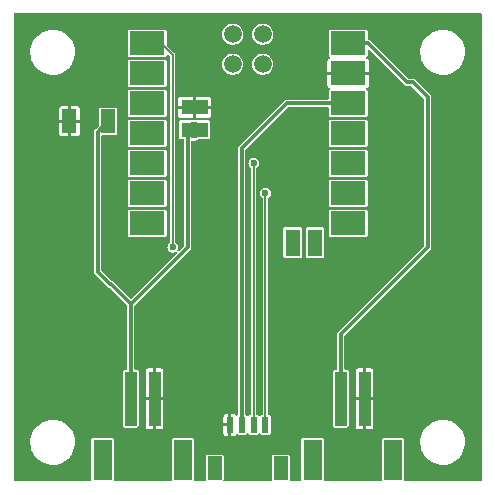
<source format=gtl>
G04 #@! TF.GenerationSoftware,KiCad,Pcbnew,7.0.11-2.fc39*
G04 #@! TF.CreationDate,2024-03-24T03:10:32+08:00*
G04 #@! TF.ProjectId,ikoka-nano-meshtastic-device,696b6f6b-612d-46e6-916e-6f2d6d657368,1*
G04 #@! TF.SameCoordinates,Original*
G04 #@! TF.FileFunction,Copper,L1,Top*
G04 #@! TF.FilePolarity,Positive*
%FSLAX46Y46*%
G04 Gerber Fmt 4.6, Leading zero omitted, Abs format (unit mm)*
G04 Created by KiCad (PCBNEW 7.0.11-2.fc39) date 2024-03-24 03:10:32*
%MOMM*%
%LPD*%
G01*
G04 APERTURE LIST*
G04 #@! TA.AperFunction,SMDPad,CuDef*
%ADD10R,1.270000X2.032000*%
G04 #@! TD*
G04 #@! TA.AperFunction,SMDPad,CuDef*
%ADD11R,1.000000X4.600000*%
G04 #@! TD*
G04 #@! TA.AperFunction,SMDPad,CuDef*
%ADD12R,1.600000X3.400000*%
G04 #@! TD*
G04 #@! TA.AperFunction,SMDPad,CuDef*
%ADD13R,3.000000X2.000000*%
G04 #@! TD*
G04 #@! TA.AperFunction,SMDPad,CuDef*
%ADD14C,1.500000*%
G04 #@! TD*
G04 #@! TA.AperFunction,SMDPad,CuDef*
%ADD15R,1.300000X2.300000*%
G04 #@! TD*
G04 #@! TA.AperFunction,SMDPad,CuDef*
%ADD16R,2.300000X1.300000*%
G04 #@! TD*
G04 #@! TA.AperFunction,SMDPad,CuDef*
%ADD17R,0.600000X1.350000*%
G04 #@! TD*
G04 #@! TA.AperFunction,SMDPad,CuDef*
%ADD18R,1.200000X2.000000*%
G04 #@! TD*
G04 #@! TA.AperFunction,ViaPad*
%ADD19C,0.600000*%
G04 #@! TD*
G04 #@! TA.AperFunction,ViaPad*
%ADD20C,1.443000*%
G04 #@! TD*
G04 #@! TA.AperFunction,Conductor*
%ADD21C,0.152400*%
G04 #@! TD*
G04 #@! TA.AperFunction,Conductor*
%ADD22C,0.304800*%
G04 #@! TD*
G04 APERTURE END LIST*
D10*
X137287000Y-90932000D03*
X140589000Y-90932000D03*
D11*
X144510000Y-114410000D03*
X142510000Y-114410000D03*
D12*
X146910000Y-119610000D03*
X140110000Y-119610000D03*
D11*
X162290000Y-114410000D03*
X160290000Y-114410000D03*
D12*
X164690000Y-119610000D03*
X157890000Y-119610000D03*
D13*
X143900000Y-84328000D03*
X143900000Y-86868000D03*
X143900000Y-89408000D03*
X143900000Y-91948000D03*
X143900000Y-94488000D03*
X143900000Y-97028000D03*
X143900000Y-99568000D03*
X160900000Y-99568000D03*
X160900000Y-97028000D03*
X160900000Y-94488000D03*
X160900000Y-91948000D03*
X160900000Y-89408000D03*
X160900000Y-86868000D03*
X160900000Y-84328000D03*
D14*
X151130000Y-83558000D03*
X153670000Y-83558000D03*
X151130000Y-86098000D03*
X153670000Y-86098000D03*
D15*
X156200000Y-101198000D03*
X158100000Y-101198000D03*
D16*
X147900000Y-89748000D03*
X147900000Y-91648000D03*
D17*
X150900000Y-116629000D03*
X151900000Y-116629000D03*
X152900000Y-116629000D03*
X153900000Y-116629000D03*
D18*
X155200000Y-120304000D03*
X149600000Y-120304000D03*
D19*
X146050000Y-101600000D03*
X145034000Y-86868000D03*
X145034000Y-89408000D03*
X145034000Y-91440000D03*
X152908000Y-94488000D03*
X145034000Y-94488000D03*
X145034000Y-97028000D03*
X153900000Y-97028000D03*
X159766000Y-99568000D03*
X159766000Y-97028000D03*
X162052000Y-94488000D03*
X159766000Y-91948000D03*
X148590000Y-95250000D03*
X166370000Y-91440000D03*
X133350000Y-88900000D03*
X135890000Y-91440000D03*
X148590000Y-106680000D03*
X151130000Y-111760000D03*
X171450000Y-116840000D03*
X135890000Y-88900000D03*
X137160000Y-120650000D03*
X143510000Y-116840000D03*
X139700000Y-82550000D03*
X158750000Y-95250000D03*
X144780000Y-82550000D03*
X158750000Y-111760000D03*
X166370000Y-114300000D03*
X152400000Y-82550000D03*
X171450000Y-99060000D03*
X146050000Y-111760000D03*
X138430000Y-93980000D03*
X133350000Y-114300000D03*
X166370000Y-116840000D03*
X148590000Y-101600000D03*
X158750000Y-85090000D03*
X158750000Y-114300000D03*
X140970000Y-99060000D03*
X171450000Y-119380000D03*
X143510000Y-109220000D03*
X138430000Y-101600000D03*
X153670000Y-95250000D03*
X158750000Y-90170000D03*
X151130000Y-90170000D03*
X133350000Y-111760000D03*
X161290000Y-119380000D03*
X152400000Y-119380000D03*
X135890000Y-104140000D03*
X168910000Y-109220000D03*
X168910000Y-111760000D03*
X146050000Y-106680000D03*
X156210000Y-97790000D03*
X133350000Y-83820000D03*
X158750000Y-116840000D03*
X158750000Y-109220000D03*
X158750000Y-106680000D03*
X156210000Y-87630000D03*
X140970000Y-114300000D03*
X161290000Y-116840000D03*
X156210000Y-95250000D03*
X140970000Y-106680000D03*
X135890000Y-114300000D03*
X166370000Y-119380000D03*
X168910000Y-96520000D03*
X138430000Y-111760000D03*
X156210000Y-90170000D03*
X135890000Y-93980000D03*
X161290000Y-106680000D03*
X166370000Y-109220000D03*
X140970000Y-83820000D03*
X133350000Y-101600000D03*
X148590000Y-114300000D03*
X168910000Y-101600000D03*
X157480000Y-82550000D03*
X170180000Y-120650000D03*
X143510000Y-119380000D03*
X133350000Y-109220000D03*
X154940000Y-82550000D03*
X156210000Y-92710000D03*
X144780000Y-120650000D03*
X133350000Y-96520000D03*
X138430000Y-91440000D03*
X152400000Y-85090000D03*
X161290000Y-101600000D03*
X168910000Y-88900000D03*
X167640000Y-120650000D03*
X171450000Y-106680000D03*
X135890000Y-99060000D03*
X133350000Y-104140000D03*
X135890000Y-109220000D03*
X143510000Y-106680000D03*
X148590000Y-85090000D03*
X166370000Y-106680000D03*
X171450000Y-83820000D03*
X143510000Y-101600000D03*
X163830000Y-106680000D03*
X151130000Y-114300000D03*
X138430000Y-96520000D03*
X148590000Y-116840000D03*
X135890000Y-106680000D03*
X160020000Y-82550000D03*
X151130000Y-104140000D03*
X166370000Y-96520000D03*
X170180000Y-82550000D03*
X133350000Y-91440000D03*
X140970000Y-101600000D03*
X138430000Y-114300000D03*
X165100000Y-82550000D03*
X133350000Y-119380000D03*
X168910000Y-93980000D03*
X156210000Y-106680000D03*
X135890000Y-101600000D03*
X142240000Y-82550000D03*
X153670000Y-92710000D03*
X148590000Y-97790000D03*
X156210000Y-109220000D03*
X133350000Y-116840000D03*
X163830000Y-114300000D03*
X146050000Y-109220000D03*
X151130000Y-101600000D03*
X167640000Y-82550000D03*
X138430000Y-106680000D03*
X138430000Y-88900000D03*
X166370000Y-93980000D03*
X171450000Y-96520000D03*
X161290000Y-111760000D03*
X146050000Y-116840000D03*
X171450000Y-91440000D03*
X161290000Y-104140000D03*
X151130000Y-109220000D03*
X135890000Y-96520000D03*
X148590000Y-109220000D03*
X171450000Y-104140000D03*
X133350000Y-93980000D03*
X151130000Y-97790000D03*
X158750000Y-97790000D03*
X138430000Y-86360000D03*
X140970000Y-104140000D03*
X151130000Y-95250000D03*
X168910000Y-91440000D03*
X161290000Y-109220000D03*
X171450000Y-114300000D03*
X163830000Y-104140000D03*
X148590000Y-104140000D03*
X146050000Y-104140000D03*
X171450000Y-109220000D03*
X162560000Y-82550000D03*
X135890000Y-111760000D03*
X153670000Y-87630000D03*
X158750000Y-104140000D03*
X143510000Y-111760000D03*
X158750000Y-87630000D03*
X143510000Y-114300000D03*
X168910000Y-104140000D03*
X133350000Y-86360000D03*
X166370000Y-88900000D03*
X148590000Y-111760000D03*
X138430000Y-99060000D03*
X151130000Y-87630000D03*
X134620000Y-82550000D03*
X171450000Y-93980000D03*
X163830000Y-116840000D03*
X138430000Y-83820000D03*
X134620000Y-120650000D03*
X156210000Y-104140000D03*
X133350000Y-106680000D03*
X140970000Y-109220000D03*
X151130000Y-106680000D03*
X168910000Y-99060000D03*
X138430000Y-116840000D03*
X160020000Y-120650000D03*
X156210000Y-111760000D03*
X171450000Y-86360000D03*
X138430000Y-104140000D03*
X166370000Y-99060000D03*
X156210000Y-114300000D03*
X171450000Y-88900000D03*
X140970000Y-116840000D03*
X168910000Y-106680000D03*
X156210000Y-116840000D03*
X149860000Y-82550000D03*
X133350000Y-99060000D03*
X147320000Y-82550000D03*
X158750000Y-92710000D03*
X143510000Y-104140000D03*
X171450000Y-101600000D03*
X146050000Y-114300000D03*
X166370000Y-86360000D03*
X162560000Y-120650000D03*
X163830000Y-109220000D03*
X137160000Y-82550000D03*
X140970000Y-111760000D03*
X166370000Y-101600000D03*
X168910000Y-114300000D03*
X151130000Y-120650000D03*
X156210000Y-85090000D03*
X166370000Y-104140000D03*
X138430000Y-109220000D03*
X166370000Y-111760000D03*
X153670000Y-90170000D03*
X138430000Y-119380000D03*
X153670000Y-120650000D03*
X148590000Y-87630000D03*
X161290000Y-114300000D03*
X171450000Y-111760000D03*
X142240000Y-120650000D03*
X151130000Y-92710000D03*
D20*
X147828000Y-91694000D03*
D19*
X140716000Y-90424000D03*
D21*
X146050000Y-85344000D02*
X145034000Y-84328000D01*
X146050000Y-101600000D02*
X146050000Y-85344000D01*
X145034000Y-84328000D02*
X143900000Y-84328000D01*
X152908000Y-116875000D02*
X152900000Y-116883000D01*
X152908000Y-94488000D02*
X152908000Y-116875000D01*
X153900000Y-97028000D02*
X153900000Y-116883000D01*
D22*
X151900000Y-93210000D02*
X151900000Y-116883000D01*
X160900000Y-89408000D02*
X155702000Y-89408000D01*
X155702000Y-89408000D02*
X151900000Y-93210000D01*
X165862000Y-87630000D02*
X166370000Y-87630000D01*
X167640000Y-88900000D02*
X167640000Y-101600000D01*
X160900000Y-84328000D02*
X162560000Y-84328000D01*
X160290000Y-108950000D02*
X160290000Y-114664000D01*
X166370000Y-87630000D02*
X167640000Y-88900000D01*
X167640000Y-101600000D02*
X160290000Y-108950000D01*
X162560000Y-84328000D02*
X165862000Y-87630000D01*
X140719483Y-104744800D02*
X139700000Y-103725317D01*
X147828000Y-91694000D02*
X147320000Y-92202000D01*
X139700000Y-103725317D02*
X139700000Y-91821000D01*
X142510000Y-106410000D02*
X142510000Y-106680000D01*
X140844800Y-104744800D02*
X140719483Y-104744800D01*
X142510000Y-114664000D02*
X142510000Y-106410000D01*
X142510000Y-106410000D02*
X140844800Y-104744800D01*
X139700000Y-91821000D02*
X140589000Y-90932000D01*
X147320000Y-92202000D02*
X147320000Y-101600000D01*
X147320000Y-101600000D02*
X142510000Y-106410000D01*
G04 #@! TA.AperFunction,Conductor*
G36*
X172192638Y-81798093D02*
G01*
X172218358Y-81842642D01*
X172219500Y-81855700D01*
X172219500Y-121344300D01*
X172201907Y-121392638D01*
X172157358Y-121418358D01*
X172144300Y-121419500D01*
X165715746Y-121419500D01*
X165667408Y-121401907D01*
X165641688Y-121357358D01*
X165641991Y-121329630D01*
X165642465Y-121327243D01*
X165642900Y-121325057D01*
X165642899Y-118179632D01*
X167004686Y-118179632D01*
X167035129Y-118456309D01*
X167105531Y-118725599D01*
X167214393Y-118981773D01*
X167214395Y-118981776D01*
X167359388Y-119219357D01*
X167359394Y-119219366D01*
X167537438Y-119433308D01*
X167537442Y-119433312D01*
X167744745Y-119619056D01*
X167976883Y-119772637D01*
X168228909Y-119890782D01*
X168495451Y-119970973D01*
X168770828Y-120011500D01*
X168770832Y-120011500D01*
X168979497Y-120011500D01*
X168979499Y-120011499D01*
X169055139Y-120005963D01*
X169187592Y-119996269D01*
X169187594Y-119996268D01*
X169187601Y-119996268D01*
X169459286Y-119935748D01*
X169719263Y-119836315D01*
X169961993Y-119700089D01*
X170182301Y-119529972D01*
X170375492Y-119329592D01*
X170537449Y-119103218D01*
X170664719Y-118855675D01*
X170754591Y-118592239D01*
X170805148Y-118318526D01*
X170815314Y-118040368D01*
X170784871Y-117763694D01*
X170714469Y-117494401D01*
X170605607Y-117238228D01*
X170460607Y-117000636D01*
X170460605Y-117000633D01*
X170282561Y-116786691D01*
X170282557Y-116786687D01*
X170075257Y-116600946D01*
X170075255Y-116600944D01*
X169920496Y-116498556D01*
X169843116Y-116447362D01*
X169591089Y-116329217D01*
X169439246Y-116283534D01*
X169324549Y-116249027D01*
X169152672Y-116223732D01*
X169049173Y-116208500D01*
X169049172Y-116208500D01*
X168840511Y-116208500D01*
X168840499Y-116208500D01*
X168632407Y-116223730D01*
X168360709Y-116284253D01*
X168100739Y-116383684D01*
X168100735Y-116383686D01*
X167858010Y-116519908D01*
X167637699Y-116690027D01*
X167444512Y-116890403D01*
X167444504Y-116890413D01*
X167282553Y-117116777D01*
X167155278Y-117364330D01*
X167065410Y-117627753D01*
X167065408Y-117627763D01*
X167014852Y-117901471D01*
X167004686Y-118179628D01*
X167004686Y-118179632D01*
X165642899Y-118179632D01*
X165642899Y-117894944D01*
X165634028Y-117850342D01*
X165600234Y-117799766D01*
X165549658Y-117765972D01*
X165549656Y-117765971D01*
X165505057Y-117757100D01*
X163874944Y-117757100D01*
X163874942Y-117757101D01*
X163830340Y-117765972D01*
X163779767Y-117799764D01*
X163745972Y-117850342D01*
X163745971Y-117850343D01*
X163737100Y-117894942D01*
X163737100Y-121325052D01*
X163737247Y-121325790D01*
X163738010Y-121329629D01*
X163730187Y-121380468D01*
X163691514Y-121414386D01*
X163664256Y-121419500D01*
X158915746Y-121419500D01*
X158867408Y-121401907D01*
X158841688Y-121357358D01*
X158841991Y-121329630D01*
X158842465Y-121327243D01*
X158842900Y-121325057D01*
X158842899Y-117894944D01*
X158834028Y-117850342D01*
X158800234Y-117799766D01*
X158749658Y-117765972D01*
X158749656Y-117765971D01*
X158705057Y-117757100D01*
X157074944Y-117757100D01*
X157074942Y-117757101D01*
X157030340Y-117765972D01*
X156979767Y-117799764D01*
X156945972Y-117850342D01*
X156945971Y-117850343D01*
X156937100Y-117894942D01*
X156937100Y-121325052D01*
X156937247Y-121325790D01*
X156938010Y-121329629D01*
X156930187Y-121380468D01*
X156891514Y-121414386D01*
X156864256Y-121419500D01*
X156024552Y-121419500D01*
X155976214Y-121401907D01*
X155950494Y-121357358D01*
X155950797Y-121329627D01*
X155952900Y-121319057D01*
X155952899Y-119288944D01*
X155944028Y-119244342D01*
X155927339Y-119219366D01*
X155910235Y-119193767D01*
X155910231Y-119193764D01*
X155859658Y-119159972D01*
X155859656Y-119159971D01*
X155815057Y-119151100D01*
X154584944Y-119151100D01*
X154584942Y-119151101D01*
X154540340Y-119159972D01*
X154489767Y-119193764D01*
X154455972Y-119244342D01*
X154455971Y-119244343D01*
X154447100Y-119288942D01*
X154447100Y-121319055D01*
X154447101Y-121319057D01*
X154449204Y-121329630D01*
X154441378Y-121380471D01*
X154402704Y-121414387D01*
X154375449Y-121419500D01*
X150424552Y-121419500D01*
X150376214Y-121401907D01*
X150350494Y-121357358D01*
X150350797Y-121329627D01*
X150352900Y-121319057D01*
X150352899Y-119288944D01*
X150344028Y-119244342D01*
X150327339Y-119219366D01*
X150310235Y-119193767D01*
X150310231Y-119193764D01*
X150259658Y-119159972D01*
X150259656Y-119159971D01*
X150215057Y-119151100D01*
X148984944Y-119151100D01*
X148984942Y-119151101D01*
X148940340Y-119159972D01*
X148889767Y-119193764D01*
X148855972Y-119244342D01*
X148855971Y-119244343D01*
X148847100Y-119288942D01*
X148847100Y-121319055D01*
X148847101Y-121319057D01*
X148849204Y-121329630D01*
X148841378Y-121380471D01*
X148802704Y-121414387D01*
X148775449Y-121419500D01*
X147935746Y-121419500D01*
X147887408Y-121401907D01*
X147861688Y-121357358D01*
X147861991Y-121329630D01*
X147862465Y-121327243D01*
X147862900Y-121325057D01*
X147862899Y-117894944D01*
X147854028Y-117850342D01*
X147820234Y-117799766D01*
X147769658Y-117765972D01*
X147769656Y-117765971D01*
X147725057Y-117757100D01*
X146094944Y-117757100D01*
X146094942Y-117757101D01*
X146050340Y-117765972D01*
X145999767Y-117799764D01*
X145965972Y-117850342D01*
X145965971Y-117850343D01*
X145957100Y-117894942D01*
X145957100Y-121325052D01*
X145957247Y-121325790D01*
X145958010Y-121329629D01*
X145950187Y-121380468D01*
X145911514Y-121414386D01*
X145884256Y-121419500D01*
X141135746Y-121419500D01*
X141087408Y-121401907D01*
X141061688Y-121357358D01*
X141061991Y-121329630D01*
X141062465Y-121327243D01*
X141062900Y-121325057D01*
X141062899Y-117894944D01*
X141054028Y-117850342D01*
X141020234Y-117799766D01*
X140969658Y-117765972D01*
X140969656Y-117765971D01*
X140925057Y-117757100D01*
X139294944Y-117757100D01*
X139294942Y-117757101D01*
X139250340Y-117765972D01*
X139199767Y-117799764D01*
X139165972Y-117850342D01*
X139165971Y-117850343D01*
X139157100Y-117894942D01*
X139157100Y-121325052D01*
X139157247Y-121325790D01*
X139158010Y-121329629D01*
X139150187Y-121380468D01*
X139111514Y-121414386D01*
X139084256Y-121419500D01*
X132655700Y-121419500D01*
X132607362Y-121401907D01*
X132581642Y-121357358D01*
X132580500Y-121344300D01*
X132580500Y-118179632D01*
X133984686Y-118179632D01*
X134015129Y-118456309D01*
X134085531Y-118725599D01*
X134194393Y-118981773D01*
X134194395Y-118981776D01*
X134339388Y-119219357D01*
X134339394Y-119219366D01*
X134517438Y-119433308D01*
X134517442Y-119433312D01*
X134724745Y-119619056D01*
X134956883Y-119772637D01*
X135208909Y-119890782D01*
X135475451Y-119970973D01*
X135750828Y-120011500D01*
X135750832Y-120011500D01*
X135959497Y-120011500D01*
X135959499Y-120011499D01*
X136035139Y-120005963D01*
X136167592Y-119996269D01*
X136167594Y-119996268D01*
X136167601Y-119996268D01*
X136439286Y-119935748D01*
X136699263Y-119836315D01*
X136941993Y-119700089D01*
X137162301Y-119529972D01*
X137355492Y-119329592D01*
X137517449Y-119103218D01*
X137644719Y-118855675D01*
X137734591Y-118592239D01*
X137785148Y-118318526D01*
X137795314Y-118040368D01*
X137764871Y-117763694D01*
X137694469Y-117494401D01*
X137585607Y-117238228D01*
X137440607Y-117000636D01*
X137440605Y-117000633D01*
X137262561Y-116786691D01*
X137262557Y-116786687D01*
X137055257Y-116600946D01*
X137055255Y-116600944D01*
X136900496Y-116498556D01*
X136823116Y-116447362D01*
X136571089Y-116329217D01*
X136419246Y-116283534D01*
X136304549Y-116249027D01*
X136132672Y-116223732D01*
X136029173Y-116208500D01*
X136029172Y-116208500D01*
X135820511Y-116208500D01*
X135820499Y-116208500D01*
X135612407Y-116223730D01*
X135340709Y-116284253D01*
X135080739Y-116383684D01*
X135080735Y-116383686D01*
X134838010Y-116519908D01*
X134617699Y-116690027D01*
X134424512Y-116890403D01*
X134424504Y-116890413D01*
X134262553Y-117116777D01*
X134135278Y-117364330D01*
X134045410Y-117627753D01*
X134045408Y-117627763D01*
X133994852Y-117901471D01*
X133984686Y-118179628D01*
X133984686Y-118179632D01*
X132580500Y-118179632D01*
X132580500Y-91059000D01*
X136398001Y-91059000D01*
X136398001Y-91973017D01*
X136412737Y-92047105D01*
X136468876Y-92131124D01*
X136552894Y-92187262D01*
X136552896Y-92187263D01*
X136626982Y-92201999D01*
X137160000Y-92201999D01*
X137160000Y-91059000D01*
X137414000Y-91059000D01*
X137414000Y-92201999D01*
X137947016Y-92201999D01*
X137947017Y-92201998D01*
X138021105Y-92187262D01*
X138105124Y-92131123D01*
X138161262Y-92047105D01*
X138161263Y-92047103D01*
X138176000Y-91973017D01*
X138176000Y-91806656D01*
X139389743Y-91806656D01*
X139393979Y-91837019D01*
X139394700Y-91847410D01*
X139394700Y-103663247D01*
X139392715Y-103675417D01*
X139393352Y-103675506D01*
X139392389Y-103682404D01*
X139394620Y-103730634D01*
X139394700Y-103734108D01*
X139394700Y-103753608D01*
X139395047Y-103755467D01*
X139396244Y-103765789D01*
X139397661Y-103796425D01*
X139402883Y-103808250D01*
X139408008Y-103824802D01*
X139409117Y-103830734D01*
X139410384Y-103837512D01*
X139410384Y-103837513D01*
X139410385Y-103837514D01*
X139426529Y-103863587D01*
X139431381Y-103872792D01*
X139443766Y-103900842D01*
X139452906Y-103909982D01*
X139463667Y-103923567D01*
X139470472Y-103934558D01*
X139470476Y-103934562D01*
X139494941Y-103953037D01*
X139502798Y-103959874D01*
X140459712Y-104916788D01*
X140466915Y-104926798D01*
X140467428Y-104926411D01*
X140471624Y-104931967D01*
X140507325Y-104964513D01*
X140509837Y-104966913D01*
X140523607Y-104980683D01*
X140523612Y-104980687D01*
X140525159Y-104981747D01*
X140533313Y-104988205D01*
X140555979Y-105008867D01*
X140555982Y-105008868D01*
X140568031Y-105013536D01*
X140583367Y-105021620D01*
X140594025Y-105028921D01*
X140594028Y-105028923D01*
X140594030Y-105028924D01*
X140623883Y-105035945D01*
X140633820Y-105039022D01*
X140662413Y-105050100D01*
X140675338Y-105050100D01*
X140692553Y-105052097D01*
X140708053Y-105055742D01*
X140744012Y-105075771D01*
X142182674Y-106514433D01*
X142204414Y-106561053D01*
X142204700Y-106567607D01*
X142204700Y-111881900D01*
X142187107Y-111930238D01*
X142142558Y-111955958D01*
X142129501Y-111957100D01*
X141994944Y-111957100D01*
X141994942Y-111957101D01*
X141950340Y-111965972D01*
X141899767Y-111999764D01*
X141865972Y-112050342D01*
X141865971Y-112050343D01*
X141857100Y-112094942D01*
X141857100Y-116725055D01*
X141857101Y-116725057D01*
X141865972Y-116769659D01*
X141899764Y-116820232D01*
X141899765Y-116820232D01*
X141899766Y-116820234D01*
X141950342Y-116854028D01*
X141994943Y-116862900D01*
X143025056Y-116862899D01*
X143069658Y-116854028D01*
X143120234Y-116820234D01*
X143154028Y-116769658D01*
X143162900Y-116725057D01*
X143162899Y-114537000D01*
X143756001Y-114537000D01*
X143756001Y-116735017D01*
X143770737Y-116809105D01*
X143826876Y-116893124D01*
X143910894Y-116949262D01*
X143910896Y-116949263D01*
X143984982Y-116963999D01*
X144383000Y-116963999D01*
X144383000Y-114537000D01*
X144637000Y-114537000D01*
X144637000Y-116963999D01*
X145035016Y-116963999D01*
X145035017Y-116963998D01*
X145109105Y-116949262D01*
X145193124Y-116893123D01*
X145249262Y-116809105D01*
X145249263Y-116809103D01*
X145259826Y-116756000D01*
X150346001Y-116756000D01*
X150346001Y-117329017D01*
X150360737Y-117403105D01*
X150416876Y-117487124D01*
X150500894Y-117543262D01*
X150500896Y-117543263D01*
X150574982Y-117557999D01*
X150773000Y-117557999D01*
X151027000Y-117557999D01*
X151225016Y-117557999D01*
X151225017Y-117557998D01*
X151299105Y-117543262D01*
X151383124Y-117487123D01*
X151407931Y-117449997D01*
X151449414Y-117419580D01*
X151500744Y-117422943D01*
X151512237Y-117429249D01*
X151540338Y-117448026D01*
X151540340Y-117448027D01*
X151540342Y-117448028D01*
X151584943Y-117456900D01*
X152215056Y-117456899D01*
X152259658Y-117448028D01*
X152297200Y-117422943D01*
X152310233Y-117414235D01*
X152310234Y-117414234D01*
X152337474Y-117373466D01*
X152378954Y-117343051D01*
X152430284Y-117346414D01*
X152462525Y-117373466D01*
X152489765Y-117414233D01*
X152489766Y-117414234D01*
X152540342Y-117448028D01*
X152584943Y-117456900D01*
X153215056Y-117456899D01*
X153259658Y-117448028D01*
X153297200Y-117422943D01*
X153310233Y-117414235D01*
X153310234Y-117414234D01*
X153337474Y-117373466D01*
X153378954Y-117343051D01*
X153430284Y-117346414D01*
X153462525Y-117373466D01*
X153489765Y-117414233D01*
X153489766Y-117414234D01*
X153540342Y-117448028D01*
X153584943Y-117456900D01*
X154215056Y-117456899D01*
X154259658Y-117448028D01*
X154310234Y-117414234D01*
X154344028Y-117363658D01*
X154352900Y-117319057D01*
X154352899Y-115938944D01*
X154344028Y-115894342D01*
X154310234Y-115843766D01*
X154259658Y-115809972D01*
X154259656Y-115809971D01*
X154215057Y-115801100D01*
X154204300Y-115801100D01*
X154155962Y-115783507D01*
X154130242Y-115738958D01*
X154129100Y-115725900D01*
X154129100Y-102363055D01*
X155397100Y-102363055D01*
X155397101Y-102363057D01*
X155405972Y-102407659D01*
X155439764Y-102458232D01*
X155439765Y-102458232D01*
X155439766Y-102458234D01*
X155490342Y-102492028D01*
X155534943Y-102500900D01*
X156865056Y-102500899D01*
X156909658Y-102492028D01*
X156960234Y-102458234D01*
X156994028Y-102407658D01*
X157002900Y-102363057D01*
X157002900Y-102363055D01*
X157297100Y-102363055D01*
X157297101Y-102363057D01*
X157305972Y-102407659D01*
X157339764Y-102458232D01*
X157339765Y-102458232D01*
X157339766Y-102458234D01*
X157390342Y-102492028D01*
X157434943Y-102500900D01*
X158765056Y-102500899D01*
X158809658Y-102492028D01*
X158860234Y-102458234D01*
X158894028Y-102407658D01*
X158902900Y-102363057D01*
X158902899Y-100583055D01*
X159247100Y-100583055D01*
X159247101Y-100583057D01*
X159255972Y-100627659D01*
X159289764Y-100678232D01*
X159289765Y-100678232D01*
X159289766Y-100678234D01*
X159340342Y-100712028D01*
X159384943Y-100720900D01*
X162415056Y-100720899D01*
X162459658Y-100712028D01*
X162510234Y-100678234D01*
X162544028Y-100627658D01*
X162552900Y-100583057D01*
X162552899Y-98552944D01*
X162544028Y-98508342D01*
X162510234Y-98457766D01*
X162459658Y-98423972D01*
X162459656Y-98423971D01*
X162415057Y-98415100D01*
X159384944Y-98415100D01*
X159384942Y-98415101D01*
X159340340Y-98423972D01*
X159289767Y-98457764D01*
X159255972Y-98508342D01*
X159255971Y-98508343D01*
X159247100Y-98552942D01*
X159247100Y-100583055D01*
X158902899Y-100583055D01*
X158902899Y-100032944D01*
X158894028Y-99988342D01*
X158860234Y-99937766D01*
X158809658Y-99903972D01*
X158809656Y-99903971D01*
X158765057Y-99895100D01*
X157434944Y-99895100D01*
X157434942Y-99895101D01*
X157390340Y-99903972D01*
X157339767Y-99937764D01*
X157305972Y-99988342D01*
X157305971Y-99988343D01*
X157297100Y-100032942D01*
X157297100Y-102363055D01*
X157002900Y-102363055D01*
X157002899Y-100032944D01*
X156994028Y-99988342D01*
X156960234Y-99937766D01*
X156909658Y-99903972D01*
X156909656Y-99903971D01*
X156865057Y-99895100D01*
X155534944Y-99895100D01*
X155534942Y-99895101D01*
X155490340Y-99903972D01*
X155439767Y-99937764D01*
X155405972Y-99988342D01*
X155405971Y-99988343D01*
X155397100Y-100032942D01*
X155397100Y-102363055D01*
X154129100Y-102363055D01*
X154129100Y-98043055D01*
X159247100Y-98043055D01*
X159247101Y-98043057D01*
X159255972Y-98087659D01*
X159289764Y-98138232D01*
X159289765Y-98138232D01*
X159289766Y-98138234D01*
X159340342Y-98172028D01*
X159384943Y-98180900D01*
X162415056Y-98180899D01*
X162459658Y-98172028D01*
X162510234Y-98138234D01*
X162544028Y-98087658D01*
X162552900Y-98043057D01*
X162552899Y-96012944D01*
X162544028Y-95968342D01*
X162510234Y-95917766D01*
X162459658Y-95883972D01*
X162459656Y-95883971D01*
X162415057Y-95875100D01*
X159384944Y-95875100D01*
X159384942Y-95875101D01*
X159340340Y-95883972D01*
X159289767Y-95917764D01*
X159255972Y-95968342D01*
X159255971Y-95968343D01*
X159247100Y-96012942D01*
X159247100Y-98043055D01*
X154129100Y-98043055D01*
X154129100Y-97460192D01*
X154146693Y-97411854D01*
X154163645Y-97396929D01*
X154199633Y-97373801D01*
X154199633Y-97373800D01*
X154199636Y-97373799D01*
X154284921Y-97275374D01*
X154339023Y-97156909D01*
X154357557Y-97028000D01*
X154339023Y-96899091D01*
X154284921Y-96780626D01*
X154284919Y-96780623D01*
X154199633Y-96682198D01*
X154090073Y-96611790D01*
X153965117Y-96575100D01*
X153834883Y-96575100D01*
X153709926Y-96611790D01*
X153600366Y-96682198D01*
X153515080Y-96780623D01*
X153515078Y-96780626D01*
X153460977Y-96899088D01*
X153442443Y-97028000D01*
X153460977Y-97156911D01*
X153515078Y-97275373D01*
X153515080Y-97275376D01*
X153600366Y-97373801D01*
X153636355Y-97396929D01*
X153667508Y-97437863D01*
X153670900Y-97460192D01*
X153670900Y-115725900D01*
X153653307Y-115774238D01*
X153608758Y-115799958D01*
X153595705Y-115801100D01*
X153584945Y-115801100D01*
X153584941Y-115801101D01*
X153540340Y-115809972D01*
X153489765Y-115843765D01*
X153462526Y-115884532D01*
X153421043Y-115914949D01*
X153369713Y-115911584D01*
X153337474Y-115884532D01*
X153310235Y-115843767D01*
X153310234Y-115843766D01*
X153259658Y-115809972D01*
X153259656Y-115809971D01*
X153215057Y-115801100D01*
X153212300Y-115801100D01*
X153163962Y-115783507D01*
X153138242Y-115738958D01*
X153137100Y-115725900D01*
X153137100Y-95503055D01*
X159247100Y-95503055D01*
X159247101Y-95503057D01*
X159255972Y-95547659D01*
X159289764Y-95598232D01*
X159289765Y-95598232D01*
X159289766Y-95598234D01*
X159340342Y-95632028D01*
X159384943Y-95640900D01*
X162415056Y-95640899D01*
X162459658Y-95632028D01*
X162510234Y-95598234D01*
X162544028Y-95547658D01*
X162552900Y-95503057D01*
X162552899Y-93472944D01*
X162544028Y-93428342D01*
X162510234Y-93377766D01*
X162459658Y-93343972D01*
X162459656Y-93343971D01*
X162415057Y-93335100D01*
X159384944Y-93335100D01*
X159384942Y-93335101D01*
X159340340Y-93343972D01*
X159289767Y-93377764D01*
X159255972Y-93428342D01*
X159255971Y-93428343D01*
X159247100Y-93472942D01*
X159247100Y-95503055D01*
X153137100Y-95503055D01*
X153137100Y-94920192D01*
X153154693Y-94871854D01*
X153171645Y-94856929D01*
X153207633Y-94833801D01*
X153207633Y-94833800D01*
X153207636Y-94833799D01*
X153292921Y-94735374D01*
X153347023Y-94616909D01*
X153365557Y-94488000D01*
X153347023Y-94359091D01*
X153292921Y-94240626D01*
X153292919Y-94240623D01*
X153207633Y-94142198D01*
X153098073Y-94071790D01*
X152973117Y-94035100D01*
X152842883Y-94035100D01*
X152717926Y-94071790D01*
X152608366Y-94142198D01*
X152523080Y-94240623D01*
X152523078Y-94240626D01*
X152468977Y-94359088D01*
X152450443Y-94488000D01*
X152468977Y-94616911D01*
X152523078Y-94735373D01*
X152523080Y-94735376D01*
X152608366Y-94833801D01*
X152644355Y-94856929D01*
X152675508Y-94897863D01*
X152678900Y-94920192D01*
X152678900Y-115725900D01*
X152661307Y-115774238D01*
X152616758Y-115799958D01*
X152603703Y-115801100D01*
X152584944Y-115801100D01*
X152584941Y-115801101D01*
X152540340Y-115809972D01*
X152489765Y-115843765D01*
X152462526Y-115884532D01*
X152421043Y-115914949D01*
X152369713Y-115911584D01*
X152337474Y-115884532D01*
X152310235Y-115843767D01*
X152310234Y-115843766D01*
X152259658Y-115809972D01*
X152259656Y-115809971D01*
X152252815Y-115807138D01*
X152254082Y-115804077D01*
X152221828Y-115784483D01*
X152205300Y-115737444D01*
X152205300Y-93367607D01*
X152222893Y-93319269D01*
X152227326Y-93314433D01*
X152578704Y-92963055D01*
X159247100Y-92963055D01*
X159247101Y-92963057D01*
X159255972Y-93007659D01*
X159289764Y-93058232D01*
X159289765Y-93058232D01*
X159289766Y-93058234D01*
X159340342Y-93092028D01*
X159384943Y-93100900D01*
X162415056Y-93100899D01*
X162459658Y-93092028D01*
X162510234Y-93058234D01*
X162544028Y-93007658D01*
X162552900Y-92963057D01*
X162552899Y-90932944D01*
X162544028Y-90888342D01*
X162515134Y-90845100D01*
X162510235Y-90837767D01*
X162510231Y-90837764D01*
X162459658Y-90803972D01*
X162459656Y-90803971D01*
X162415057Y-90795100D01*
X159384944Y-90795100D01*
X159384942Y-90795101D01*
X159340340Y-90803972D01*
X159289767Y-90837764D01*
X159255972Y-90888342D01*
X159255971Y-90888343D01*
X159247100Y-90932942D01*
X159247100Y-92963055D01*
X152578704Y-92963055D01*
X155806433Y-89735326D01*
X155853053Y-89713586D01*
X155859607Y-89713300D01*
X159171901Y-89713300D01*
X159220239Y-89730893D01*
X159245959Y-89775442D01*
X159247101Y-89788500D01*
X159247101Y-90423057D01*
X159255972Y-90467659D01*
X159289764Y-90518232D01*
X159289765Y-90518232D01*
X159289766Y-90518234D01*
X159340342Y-90552028D01*
X159384943Y-90560900D01*
X162415056Y-90560899D01*
X162459658Y-90552028D01*
X162510234Y-90518234D01*
X162544028Y-90467658D01*
X162552900Y-90423057D01*
X162552899Y-88392944D01*
X162544028Y-88348342D01*
X162510234Y-88297766D01*
X162459658Y-88263972D01*
X162459656Y-88263971D01*
X162456824Y-88263408D01*
X162456253Y-88263294D01*
X162412278Y-88236607D01*
X162395745Y-88187897D01*
X162414390Y-88139955D01*
X162456258Y-88115785D01*
X162499105Y-88107263D01*
X162583124Y-88051123D01*
X162639262Y-87967105D01*
X162639263Y-87967103D01*
X162654000Y-87893017D01*
X162654000Y-86995000D01*
X159146001Y-86995000D01*
X159146001Y-87893017D01*
X159160737Y-87967105D01*
X159216876Y-88051124D01*
X159300894Y-88107262D01*
X159300896Y-88107263D01*
X159343742Y-88115786D01*
X159387718Y-88142472D01*
X159404253Y-88191182D01*
X159385609Y-88239124D01*
X159343742Y-88263295D01*
X159342782Y-88263486D01*
X159340339Y-88263972D01*
X159289767Y-88297764D01*
X159255972Y-88348342D01*
X159255971Y-88348343D01*
X159247100Y-88392942D01*
X159247100Y-89027500D01*
X159229507Y-89075838D01*
X159184958Y-89101558D01*
X159171900Y-89102700D01*
X155764069Y-89102700D01*
X155751897Y-89100715D01*
X155751809Y-89101352D01*
X155744913Y-89100389D01*
X155698711Y-89102526D01*
X155696680Y-89102620D01*
X155693208Y-89102700D01*
X155673711Y-89102700D01*
X155671848Y-89103048D01*
X155661528Y-89104244D01*
X155630893Y-89105661D01*
X155630891Y-89105662D01*
X155619063Y-89110884D01*
X155602514Y-89116008D01*
X155589804Y-89118384D01*
X155589802Y-89118385D01*
X155563734Y-89134526D01*
X155554523Y-89139381D01*
X155526474Y-89151766D01*
X155517332Y-89160908D01*
X155503750Y-89171666D01*
X155492759Y-89178472D01*
X155474278Y-89202943D01*
X155467443Y-89210796D01*
X151728008Y-92950231D01*
X151717998Y-92957437D01*
X151718385Y-92957949D01*
X151712825Y-92962147D01*
X151680294Y-92997831D01*
X151677900Y-93000339D01*
X151664121Y-93014119D01*
X151664115Y-93014126D01*
X151663045Y-93015688D01*
X151656593Y-93023831D01*
X151635932Y-93046495D01*
X151631260Y-93058555D01*
X151623183Y-93073878D01*
X151615877Y-93084544D01*
X151615875Y-93084549D01*
X151608856Y-93114391D01*
X151605778Y-93124333D01*
X151594700Y-93152930D01*
X151594700Y-93152932D01*
X151594700Y-93165854D01*
X151592703Y-93183070D01*
X151589743Y-93195655D01*
X151589743Y-93195656D01*
X151593979Y-93226019D01*
X151594700Y-93236410D01*
X151594700Y-115737444D01*
X151577107Y-115785782D01*
X151545975Y-115804225D01*
X151547182Y-115807139D01*
X151540341Y-115809972D01*
X151512236Y-115828751D01*
X151462270Y-115840977D01*
X151416136Y-115818225D01*
X151407931Y-115808003D01*
X151383123Y-115770875D01*
X151299105Y-115714737D01*
X151299103Y-115714736D01*
X151225018Y-115700000D01*
X151027000Y-115700000D01*
X151027000Y-117557999D01*
X150773000Y-117557999D01*
X150773000Y-116756000D01*
X150346001Y-116756000D01*
X145259826Y-116756000D01*
X145264000Y-116735017D01*
X145264000Y-116502000D01*
X150346000Y-116502000D01*
X150773000Y-116502000D01*
X150773000Y-115700000D01*
X150574982Y-115700000D01*
X150574981Y-115700001D01*
X150500894Y-115714737D01*
X150416875Y-115770876D01*
X150360737Y-115854894D01*
X150360736Y-115854896D01*
X150346000Y-115928982D01*
X150346000Y-116502000D01*
X145264000Y-116502000D01*
X145264000Y-114537000D01*
X144637000Y-114537000D01*
X144383000Y-114537000D01*
X143756001Y-114537000D01*
X143162899Y-114537000D01*
X143162899Y-114283000D01*
X143756000Y-114283000D01*
X144383000Y-114283000D01*
X144383000Y-111856000D01*
X144637000Y-111856000D01*
X144637000Y-114283000D01*
X145263999Y-114283000D01*
X145263999Y-112084984D01*
X145263998Y-112084982D01*
X145249262Y-112010894D01*
X145193123Y-111926875D01*
X145109105Y-111870737D01*
X145109103Y-111870736D01*
X145035018Y-111856000D01*
X144637000Y-111856000D01*
X144383000Y-111856000D01*
X143984984Y-111856000D01*
X143984982Y-111856001D01*
X143910894Y-111870737D01*
X143826875Y-111926876D01*
X143770737Y-112010894D01*
X143770736Y-112010896D01*
X143756000Y-112084982D01*
X143756000Y-114283000D01*
X143162899Y-114283000D01*
X143162899Y-112094944D01*
X143154028Y-112050342D01*
X143120234Y-111999766D01*
X143069658Y-111965972D01*
X143069656Y-111965971D01*
X143025057Y-111957100D01*
X142890500Y-111957100D01*
X142842162Y-111939507D01*
X142816442Y-111894958D01*
X142815300Y-111881900D01*
X142815300Y-106567607D01*
X142832893Y-106519269D01*
X142837326Y-106514433D01*
X144937931Y-104413828D01*
X147491991Y-101859767D01*
X147502000Y-101852568D01*
X147501611Y-101852053D01*
X147507165Y-101847857D01*
X147507171Y-101847855D01*
X147539703Y-101812166D01*
X147542083Y-101809676D01*
X147542097Y-101809662D01*
X147555883Y-101795877D01*
X147556948Y-101794322D01*
X147563410Y-101786162D01*
X147584067Y-101763504D01*
X147588737Y-101751449D01*
X147596816Y-101736120D01*
X147604124Y-101725454D01*
X147611145Y-101695598D01*
X147614221Y-101685665D01*
X147625300Y-101657070D01*
X147625300Y-101644141D01*
X147627297Y-101626924D01*
X147630256Y-101614344D01*
X147626020Y-101583976D01*
X147625300Y-101573594D01*
X147625300Y-92637713D01*
X147642893Y-92589375D01*
X147687442Y-92563655D01*
X147716135Y-92564156D01*
X147736097Y-92568400D01*
X147919901Y-92568400D01*
X147919903Y-92568400D01*
X148099693Y-92530184D01*
X148099697Y-92530182D01*
X148099698Y-92530182D01*
X148263166Y-92457401D01*
X148293753Y-92450899D01*
X149065056Y-92450899D01*
X149109658Y-92442028D01*
X149160234Y-92408234D01*
X149194028Y-92357658D01*
X149202900Y-92313057D01*
X149202899Y-90982944D01*
X149194028Y-90938342D01*
X149190420Y-90932943D01*
X149160235Y-90887767D01*
X149160231Y-90887764D01*
X149109658Y-90853972D01*
X149109656Y-90853971D01*
X149065057Y-90845100D01*
X148047776Y-90845100D01*
X148032141Y-90843457D01*
X147919903Y-90819600D01*
X147736097Y-90819600D01*
X147696460Y-90828024D01*
X147623855Y-90843457D01*
X147608221Y-90845100D01*
X146734944Y-90845100D01*
X146734942Y-90845101D01*
X146690340Y-90853972D01*
X146639767Y-90887764D01*
X146605972Y-90938342D01*
X146605971Y-90938343D01*
X146597100Y-90982942D01*
X146597100Y-92313055D01*
X146597101Y-92313057D01*
X146605972Y-92357659D01*
X146639764Y-92408232D01*
X146639765Y-92408232D01*
X146639766Y-92408234D01*
X146690342Y-92442028D01*
X146734943Y-92450900D01*
X146939500Y-92450899D01*
X146987837Y-92468492D01*
X147013557Y-92513040D01*
X147014700Y-92526099D01*
X147014700Y-101442393D01*
X146997107Y-101490731D01*
X146992674Y-101495567D01*
X146556537Y-101931703D01*
X146509917Y-101953443D01*
X146460230Y-101940129D01*
X146430725Y-101897992D01*
X146434958Y-101847291D01*
X146489023Y-101728909D01*
X146507557Y-101600000D01*
X146489023Y-101471091D01*
X146475916Y-101442392D01*
X146434921Y-101352626D01*
X146434919Y-101352623D01*
X146402954Y-101315734D01*
X146349636Y-101254201D01*
X146313642Y-101231069D01*
X146282491Y-101190136D01*
X146279100Y-101167808D01*
X146279100Y-89875000D01*
X146496001Y-89875000D01*
X146496001Y-90423017D01*
X146510737Y-90497105D01*
X146566876Y-90581124D01*
X146650894Y-90637262D01*
X146650896Y-90637263D01*
X146724982Y-90651999D01*
X147773000Y-90651999D01*
X147773000Y-89875000D01*
X148027000Y-89875000D01*
X148027000Y-90651999D01*
X149075016Y-90651999D01*
X149075017Y-90651998D01*
X149149105Y-90637262D01*
X149233124Y-90581123D01*
X149289262Y-90497105D01*
X149289263Y-90497103D01*
X149304000Y-90423017D01*
X149304000Y-89875000D01*
X148027000Y-89875000D01*
X147773000Y-89875000D01*
X146496001Y-89875000D01*
X146279100Y-89875000D01*
X146279100Y-89621000D01*
X146496000Y-89621000D01*
X147773000Y-89621000D01*
X147773000Y-88844000D01*
X148027000Y-88844000D01*
X148027000Y-89621000D01*
X149303999Y-89621000D01*
X149303999Y-89072984D01*
X149303998Y-89072982D01*
X149289262Y-88998894D01*
X149233123Y-88914875D01*
X149149105Y-88858737D01*
X149149103Y-88858736D01*
X149075018Y-88844000D01*
X148027000Y-88844000D01*
X147773000Y-88844000D01*
X146724984Y-88844000D01*
X146724982Y-88844001D01*
X146650894Y-88858737D01*
X146566875Y-88914876D01*
X146510737Y-88998894D01*
X146510736Y-88998896D01*
X146496000Y-89072982D01*
X146496000Y-89621000D01*
X146279100Y-89621000D01*
X146279100Y-86098000D01*
X150222127Y-86098000D01*
X150241966Y-86286758D01*
X150300614Y-86467260D01*
X150300617Y-86467267D01*
X150395514Y-86631634D01*
X150522515Y-86772682D01*
X150522520Y-86772686D01*
X150676059Y-86884239D01*
X150676062Y-86884240D01*
X150676063Y-86884241D01*
X150849452Y-86961439D01*
X151035101Y-87000900D01*
X151035103Y-87000900D01*
X151224897Y-87000900D01*
X151224899Y-87000900D01*
X151410548Y-86961439D01*
X151583937Y-86884241D01*
X151737486Y-86772681D01*
X151864485Y-86631634D01*
X151959383Y-86467265D01*
X152018034Y-86286757D01*
X152037873Y-86098000D01*
X152762127Y-86098000D01*
X152781966Y-86286758D01*
X152840614Y-86467260D01*
X152840617Y-86467267D01*
X152935514Y-86631634D01*
X153062515Y-86772682D01*
X153062520Y-86772686D01*
X153216059Y-86884239D01*
X153216062Y-86884240D01*
X153216063Y-86884241D01*
X153389452Y-86961439D01*
X153575101Y-87000900D01*
X153575103Y-87000900D01*
X153764897Y-87000900D01*
X153764899Y-87000900D01*
X153950548Y-86961439D01*
X154123937Y-86884241D01*
X154277486Y-86772681D01*
X154306012Y-86741000D01*
X159146000Y-86741000D01*
X162653999Y-86741000D01*
X162653999Y-85842984D01*
X162653998Y-85842982D01*
X162639262Y-85768894D01*
X162583123Y-85684875D01*
X162499105Y-85628737D01*
X162499104Y-85628736D01*
X162456256Y-85620213D01*
X162412280Y-85593526D01*
X162395746Y-85544816D01*
X162414391Y-85496874D01*
X162456260Y-85472703D01*
X162459658Y-85472028D01*
X162510234Y-85438234D01*
X162544028Y-85387658D01*
X162552900Y-85343057D01*
X162552899Y-84934205D01*
X162570492Y-84885869D01*
X162615040Y-84860148D01*
X162665699Y-84869081D01*
X162681273Y-84881032D01*
X165602229Y-87801988D01*
X165609432Y-87811998D01*
X165609945Y-87811611D01*
X165614141Y-87817167D01*
X165649841Y-87849712D01*
X165652332Y-87852091D01*
X165666124Y-87865883D01*
X165666129Y-87865887D01*
X165667672Y-87866944D01*
X165675840Y-87873413D01*
X165698496Y-87894067D01*
X165710548Y-87898735D01*
X165725878Y-87906816D01*
X165736546Y-87914124D01*
X165766396Y-87921144D01*
X165776332Y-87924220D01*
X165804930Y-87935300D01*
X165817858Y-87935300D01*
X165835074Y-87937297D01*
X165837745Y-87937925D01*
X165847656Y-87940256D01*
X165878016Y-87936020D01*
X165888406Y-87935300D01*
X166212393Y-87935300D01*
X166260731Y-87952893D01*
X166265567Y-87957326D01*
X167312674Y-89004433D01*
X167334414Y-89051053D01*
X167334700Y-89057607D01*
X167334700Y-101442392D01*
X167317107Y-101490730D01*
X167312674Y-101495566D01*
X160118008Y-108690231D01*
X160107998Y-108697437D01*
X160108385Y-108697949D01*
X160102825Y-108702147D01*
X160070294Y-108737831D01*
X160067900Y-108740339D01*
X160054121Y-108754119D01*
X160054115Y-108754126D01*
X160053045Y-108755688D01*
X160046593Y-108763831D01*
X160025932Y-108786495D01*
X160021260Y-108798555D01*
X160013183Y-108813878D01*
X160005877Y-108824544D01*
X160005875Y-108824549D01*
X159998856Y-108854391D01*
X159995778Y-108864333D01*
X159984700Y-108892930D01*
X159984700Y-108892932D01*
X159984700Y-108905854D01*
X159982703Y-108923070D01*
X159979743Y-108935655D01*
X159979743Y-108935656D01*
X159983979Y-108966019D01*
X159984700Y-108976410D01*
X159984700Y-111881900D01*
X159967107Y-111930238D01*
X159922558Y-111955958D01*
X159909501Y-111957100D01*
X159774944Y-111957100D01*
X159774942Y-111957101D01*
X159730340Y-111965972D01*
X159679767Y-111999764D01*
X159645972Y-112050342D01*
X159645971Y-112050343D01*
X159637100Y-112094942D01*
X159637100Y-116725055D01*
X159637101Y-116725057D01*
X159645972Y-116769659D01*
X159679764Y-116820232D01*
X159679765Y-116820232D01*
X159679766Y-116820234D01*
X159730342Y-116854028D01*
X159774943Y-116862900D01*
X160805056Y-116862899D01*
X160849658Y-116854028D01*
X160900234Y-116820234D01*
X160934028Y-116769658D01*
X160942900Y-116725057D01*
X160942899Y-114537000D01*
X161536001Y-114537000D01*
X161536001Y-116735017D01*
X161550737Y-116809105D01*
X161606876Y-116893124D01*
X161690894Y-116949262D01*
X161690896Y-116949263D01*
X161764982Y-116963999D01*
X162163000Y-116963999D01*
X162163000Y-114537000D01*
X162417000Y-114537000D01*
X162417000Y-116963999D01*
X162815016Y-116963999D01*
X162815017Y-116963998D01*
X162889105Y-116949262D01*
X162973124Y-116893123D01*
X163029262Y-116809105D01*
X163029263Y-116809103D01*
X163044000Y-116735017D01*
X163044000Y-114537000D01*
X162417000Y-114537000D01*
X162163000Y-114537000D01*
X161536001Y-114537000D01*
X160942899Y-114537000D01*
X160942899Y-114283000D01*
X161536000Y-114283000D01*
X162163000Y-114283000D01*
X162163000Y-111856000D01*
X162417000Y-111856000D01*
X162417000Y-114283000D01*
X163043999Y-114283000D01*
X163043999Y-112084984D01*
X163043998Y-112084982D01*
X163029262Y-112010894D01*
X162973123Y-111926875D01*
X162889105Y-111870737D01*
X162889103Y-111870736D01*
X162815018Y-111856000D01*
X162417000Y-111856000D01*
X162163000Y-111856000D01*
X161764984Y-111856000D01*
X161764982Y-111856001D01*
X161690894Y-111870737D01*
X161606875Y-111926876D01*
X161550737Y-112010894D01*
X161550736Y-112010896D01*
X161536000Y-112084982D01*
X161536000Y-114283000D01*
X160942899Y-114283000D01*
X160942899Y-112094944D01*
X160934028Y-112050342D01*
X160900234Y-111999766D01*
X160849658Y-111965972D01*
X160849656Y-111965971D01*
X160805057Y-111957100D01*
X160670500Y-111957100D01*
X160622162Y-111939507D01*
X160596442Y-111894958D01*
X160595300Y-111881900D01*
X160595300Y-109107606D01*
X160612893Y-109059268D01*
X160617315Y-109054443D01*
X167811989Y-101859768D01*
X167822000Y-101852568D01*
X167821611Y-101852053D01*
X167827166Y-101847857D01*
X167827171Y-101847855D01*
X167859716Y-101812153D01*
X167862082Y-101809676D01*
X167875883Y-101795876D01*
X167876946Y-101794323D01*
X167883401Y-101786172D01*
X167904067Y-101763504D01*
X167908738Y-101751443D01*
X167916820Y-101736114D01*
X167924124Y-101725453D01*
X167931145Y-101695599D01*
X167934221Y-101685665D01*
X167945300Y-101657070D01*
X167945300Y-101644141D01*
X167947298Y-101626922D01*
X167950257Y-101614343D01*
X167946020Y-101583975D01*
X167945300Y-101573586D01*
X167945300Y-88962068D01*
X167947285Y-88949898D01*
X167946648Y-88949809D01*
X167947610Y-88942912D01*
X167945380Y-88894680D01*
X167945300Y-88891207D01*
X167945300Y-88871715D01*
X167945300Y-88871711D01*
X167944954Y-88869862D01*
X167943754Y-88859527D01*
X167942338Y-88828891D01*
X167937118Y-88817069D01*
X167931990Y-88800513D01*
X167929615Y-88787803D01*
X167913471Y-88761730D01*
X167908617Y-88752521D01*
X167896234Y-88724475D01*
X167887091Y-88715332D01*
X167876333Y-88701751D01*
X167869527Y-88690758D01*
X167845056Y-88672278D01*
X167837201Y-88665442D01*
X166629771Y-87458012D01*
X166622569Y-87448001D01*
X166622055Y-87448390D01*
X166617855Y-87442828D01*
X166582169Y-87410297D01*
X166579676Y-87407917D01*
X166565876Y-87394117D01*
X166565871Y-87394114D01*
X166565868Y-87394111D01*
X166564325Y-87393054D01*
X166556171Y-87386596D01*
X166533504Y-87365933D01*
X166533503Y-87365932D01*
X166527246Y-87363508D01*
X166521446Y-87361261D01*
X166506123Y-87353185D01*
X166495453Y-87345876D01*
X166495451Y-87345875D01*
X166495449Y-87345874D01*
X166465610Y-87338856D01*
X166455664Y-87335777D01*
X166427070Y-87324700D01*
X166414146Y-87324700D01*
X166396930Y-87322703D01*
X166384344Y-87319743D01*
X166384342Y-87319743D01*
X166353978Y-87323979D01*
X166343588Y-87324700D01*
X166019607Y-87324700D01*
X165971269Y-87307107D01*
X165966433Y-87302674D01*
X163823391Y-85159632D01*
X167004686Y-85159632D01*
X167035129Y-85436309D01*
X167105531Y-85705599D01*
X167214393Y-85961773D01*
X167214395Y-85961776D01*
X167359388Y-86199357D01*
X167359394Y-86199366D01*
X167537438Y-86413308D01*
X167537442Y-86413312D01*
X167744745Y-86599056D01*
X167976883Y-86752637D01*
X168228909Y-86870782D01*
X168495451Y-86950973D01*
X168770828Y-86991500D01*
X168770832Y-86991500D01*
X168979497Y-86991500D01*
X168979499Y-86991499D01*
X169055139Y-86985963D01*
X169187592Y-86976269D01*
X169187594Y-86976268D01*
X169187601Y-86976268D01*
X169459286Y-86915748D01*
X169719263Y-86816315D01*
X169961993Y-86680089D01*
X170182301Y-86509972D01*
X170375492Y-86309592D01*
X170537449Y-86083218D01*
X170664719Y-85835675D01*
X170738225Y-85620213D01*
X170754589Y-85572246D01*
X170754589Y-85572243D01*
X170754591Y-85572239D01*
X170805148Y-85298526D01*
X170815314Y-85020368D01*
X170784871Y-84743694D01*
X170714469Y-84474401D01*
X170605607Y-84218228D01*
X170524049Y-84084590D01*
X170460611Y-83980642D01*
X170460605Y-83980633D01*
X170282561Y-83766691D01*
X170282557Y-83766687D01*
X170075257Y-83580946D01*
X170075255Y-83580944D01*
X169920496Y-83478556D01*
X169843116Y-83427362D01*
X169591089Y-83309217D01*
X169439246Y-83263534D01*
X169324549Y-83229027D01*
X169152672Y-83203732D01*
X169049173Y-83188500D01*
X169049172Y-83188500D01*
X168840511Y-83188500D01*
X168840499Y-83188500D01*
X168632407Y-83203730D01*
X168360709Y-83264253D01*
X168100739Y-83363684D01*
X168100735Y-83363686D01*
X167858010Y-83499908D01*
X167637699Y-83670027D01*
X167444512Y-83870403D01*
X167444504Y-83870413D01*
X167282553Y-84096777D01*
X167155278Y-84344330D01*
X167065410Y-84607753D01*
X167065408Y-84607763D01*
X167014852Y-84881471D01*
X167004686Y-85159628D01*
X167004686Y-85159632D01*
X163823391Y-85159632D01*
X162819771Y-84156012D01*
X162812569Y-84146001D01*
X162812055Y-84146390D01*
X162807855Y-84140828D01*
X162772169Y-84108297D01*
X162769676Y-84105917D01*
X162755876Y-84092117D01*
X162755871Y-84092114D01*
X162755868Y-84092111D01*
X162754325Y-84091054D01*
X162746171Y-84084596D01*
X162723504Y-84063933D01*
X162723503Y-84063932D01*
X162717246Y-84061508D01*
X162711446Y-84059261D01*
X162696123Y-84051185D01*
X162685453Y-84043876D01*
X162685451Y-84043875D01*
X162685449Y-84043874D01*
X162655610Y-84036856D01*
X162645664Y-84033777D01*
X162617065Y-84022698D01*
X162614280Y-84022178D01*
X162611539Y-84020557D01*
X162610574Y-84020184D01*
X162610635Y-84020023D01*
X162569998Y-83996002D01*
X162552899Y-83948259D01*
X162552899Y-83312944D01*
X162552899Y-83312943D01*
X162544028Y-83268342D01*
X162517758Y-83229027D01*
X162510235Y-83217767D01*
X162510231Y-83217764D01*
X162459658Y-83183972D01*
X162459656Y-83183971D01*
X162415057Y-83175100D01*
X159384944Y-83175100D01*
X159384942Y-83175101D01*
X159340340Y-83183972D01*
X159289767Y-83217764D01*
X159255972Y-83268342D01*
X159255971Y-83268343D01*
X159247100Y-83312942D01*
X159247100Y-85343055D01*
X159247101Y-85343057D01*
X159255972Y-85387659D01*
X159289764Y-85438232D01*
X159289765Y-85438232D01*
X159289766Y-85438234D01*
X159340342Y-85472028D01*
X159343742Y-85472704D01*
X159387718Y-85499387D01*
X159404254Y-85548097D01*
X159385612Y-85596040D01*
X159343743Y-85620214D01*
X159300894Y-85628737D01*
X159216875Y-85684876D01*
X159160737Y-85768894D01*
X159160736Y-85768896D01*
X159146000Y-85842982D01*
X159146000Y-86741000D01*
X154306012Y-86741000D01*
X154404485Y-86631634D01*
X154499383Y-86467265D01*
X154558034Y-86286757D01*
X154577873Y-86098000D01*
X154558034Y-85909243D01*
X154534128Y-85835669D01*
X154499385Y-85728739D01*
X154499382Y-85728732D01*
X154404485Y-85564365D01*
X154300490Y-85448868D01*
X154277486Y-85423319D01*
X154277485Y-85423318D01*
X154277484Y-85423317D01*
X154277479Y-85423313D01*
X154123940Y-85311760D01*
X153950549Y-85234561D01*
X153888665Y-85221407D01*
X153764899Y-85195100D01*
X153575101Y-85195100D01*
X153482276Y-85214830D01*
X153389450Y-85234561D01*
X153216060Y-85311760D01*
X153062520Y-85423313D01*
X153062515Y-85423317D01*
X152935514Y-85564365D01*
X152840617Y-85728732D01*
X152840614Y-85728739D01*
X152781966Y-85909241D01*
X152762127Y-86098000D01*
X152037873Y-86098000D01*
X152018034Y-85909243D01*
X151994128Y-85835669D01*
X151959385Y-85728739D01*
X151959382Y-85728732D01*
X151864485Y-85564365D01*
X151760490Y-85448868D01*
X151737486Y-85423319D01*
X151737485Y-85423318D01*
X151737484Y-85423317D01*
X151737479Y-85423313D01*
X151583940Y-85311760D01*
X151410549Y-85234561D01*
X151348665Y-85221407D01*
X151224899Y-85195100D01*
X151035101Y-85195100D01*
X150942276Y-85214830D01*
X150849450Y-85234561D01*
X150676060Y-85311760D01*
X150522520Y-85423313D01*
X150522515Y-85423317D01*
X150395514Y-85564365D01*
X150300617Y-85728732D01*
X150300614Y-85728739D01*
X150241966Y-85909241D01*
X150222127Y-86098000D01*
X146279100Y-86098000D01*
X146279100Y-85351959D01*
X146279203Y-85348023D01*
X146281334Y-85307361D01*
X146277943Y-85298528D01*
X146272463Y-85284253D01*
X146269114Y-85272943D01*
X146263969Y-85248737D01*
X146263969Y-85248735D01*
X146258887Y-85241741D01*
X146249526Y-85224497D01*
X146246432Y-85216436D01*
X146246430Y-85216434D01*
X146246430Y-85216433D01*
X146228932Y-85198935D01*
X146221268Y-85189963D01*
X146206721Y-85169940D01*
X146199242Y-85165623D01*
X146183668Y-85153672D01*
X145574925Y-84544928D01*
X145553185Y-84498308D01*
X145552899Y-84491754D01*
X145552899Y-83558000D01*
X150222127Y-83558000D01*
X150241966Y-83746758D01*
X150300614Y-83927260D01*
X150300617Y-83927267D01*
X150395514Y-84091634D01*
X150522515Y-84232682D01*
X150522520Y-84232686D01*
X150676059Y-84344239D01*
X150676062Y-84344240D01*
X150676063Y-84344241D01*
X150849452Y-84421439D01*
X151035101Y-84460900D01*
X151035103Y-84460900D01*
X151224897Y-84460900D01*
X151224899Y-84460900D01*
X151410548Y-84421439D01*
X151583937Y-84344241D01*
X151737486Y-84232681D01*
X151864485Y-84091634D01*
X151905521Y-84020557D01*
X151959382Y-83927267D01*
X151959385Y-83927260D01*
X151980343Y-83862756D01*
X152018034Y-83746757D01*
X152037873Y-83558000D01*
X152762127Y-83558000D01*
X152781966Y-83746758D01*
X152840614Y-83927260D01*
X152840617Y-83927267D01*
X152935514Y-84091634D01*
X153062515Y-84232682D01*
X153062520Y-84232686D01*
X153216059Y-84344239D01*
X153216062Y-84344240D01*
X153216063Y-84344241D01*
X153389452Y-84421439D01*
X153575101Y-84460900D01*
X153575103Y-84460900D01*
X153764897Y-84460900D01*
X153764899Y-84460900D01*
X153950548Y-84421439D01*
X154123937Y-84344241D01*
X154277486Y-84232681D01*
X154404485Y-84091634D01*
X154445521Y-84020557D01*
X154499382Y-83927267D01*
X154499385Y-83927260D01*
X154520343Y-83862756D01*
X154558034Y-83746757D01*
X154577873Y-83558000D01*
X154558034Y-83369243D01*
X154538483Y-83309073D01*
X154499385Y-83188739D01*
X154499382Y-83188732D01*
X154404485Y-83024365D01*
X154277484Y-82883317D01*
X154277479Y-82883313D01*
X154123940Y-82771760D01*
X153950549Y-82694561D01*
X153888665Y-82681407D01*
X153764899Y-82655100D01*
X153575101Y-82655100D01*
X153482276Y-82674830D01*
X153389450Y-82694561D01*
X153216060Y-82771760D01*
X153062520Y-82883313D01*
X153062515Y-82883317D01*
X152935514Y-83024365D01*
X152840617Y-83188732D01*
X152840614Y-83188739D01*
X152781966Y-83369241D01*
X152762127Y-83558000D01*
X152037873Y-83558000D01*
X152018034Y-83369243D01*
X151998483Y-83309073D01*
X151959385Y-83188739D01*
X151959382Y-83188732D01*
X151864485Y-83024365D01*
X151737484Y-82883317D01*
X151737479Y-82883313D01*
X151583940Y-82771760D01*
X151410549Y-82694561D01*
X151348665Y-82681407D01*
X151224899Y-82655100D01*
X151035101Y-82655100D01*
X150942276Y-82674830D01*
X150849450Y-82694561D01*
X150676060Y-82771760D01*
X150522520Y-82883313D01*
X150522515Y-82883317D01*
X150395514Y-83024365D01*
X150300617Y-83188732D01*
X150300614Y-83188739D01*
X150241966Y-83369241D01*
X150222127Y-83558000D01*
X145552899Y-83558000D01*
X145552899Y-83312944D01*
X145552899Y-83312943D01*
X145544028Y-83268342D01*
X145517758Y-83229027D01*
X145510235Y-83217767D01*
X145510231Y-83217764D01*
X145459658Y-83183972D01*
X145459656Y-83183971D01*
X145415057Y-83175100D01*
X142384944Y-83175100D01*
X142384942Y-83175101D01*
X142340340Y-83183972D01*
X142289767Y-83217764D01*
X142255972Y-83268342D01*
X142255971Y-83268343D01*
X142247100Y-83312942D01*
X142247100Y-85343055D01*
X142247101Y-85343057D01*
X142255972Y-85387659D01*
X142289764Y-85438232D01*
X142289765Y-85438232D01*
X142289766Y-85438234D01*
X142340342Y-85472028D01*
X142384943Y-85480900D01*
X145415056Y-85480899D01*
X145459658Y-85472028D01*
X145510234Y-85438234D01*
X145544028Y-85387658D01*
X145552900Y-85343057D01*
X145552900Y-85343055D01*
X145553621Y-85339433D01*
X145555080Y-85339723D01*
X145574980Y-85298201D01*
X145621828Y-85276956D01*
X145671371Y-85290794D01*
X145680763Y-85298760D01*
X145798874Y-85416870D01*
X145820614Y-85463491D01*
X145820900Y-85470045D01*
X145820900Y-101167808D01*
X145803307Y-101216146D01*
X145786358Y-101231068D01*
X145750364Y-101254201D01*
X145665080Y-101352623D01*
X145665078Y-101352626D01*
X145610977Y-101471088D01*
X145592443Y-101600000D01*
X145610977Y-101728911D01*
X145665078Y-101847373D01*
X145665080Y-101847376D01*
X145750366Y-101945801D01*
X145859926Y-102016209D01*
X145984883Y-102052900D01*
X146115117Y-102052900D01*
X146240076Y-102016208D01*
X146300774Y-101977199D01*
X146350950Y-101965867D01*
X146396671Y-101989438D01*
X146416545Y-102036884D01*
X146401271Y-102086004D01*
X146394604Y-102093636D01*
X142563174Y-105925067D01*
X142516554Y-105946807D01*
X142466867Y-105933493D01*
X142456826Y-105925067D01*
X141104571Y-104572812D01*
X141097369Y-104562801D01*
X141096855Y-104563190D01*
X141092655Y-104557628D01*
X141056969Y-104525097D01*
X141054476Y-104522717D01*
X141040676Y-104508917D01*
X141040671Y-104508914D01*
X141040668Y-104508911D01*
X141039125Y-104507854D01*
X141030971Y-104501396D01*
X141008304Y-104480733D01*
X141008303Y-104480732D01*
X141002046Y-104478308D01*
X140996246Y-104476061D01*
X140980923Y-104467985D01*
X140970253Y-104460676D01*
X140970251Y-104460675D01*
X140970249Y-104460674D01*
X140940410Y-104453656D01*
X140930464Y-104450577D01*
X140901870Y-104439500D01*
X140888946Y-104439500D01*
X140871728Y-104437502D01*
X140856227Y-104433856D01*
X140820271Y-104413828D01*
X140027326Y-103620883D01*
X140005586Y-103574263D01*
X140005300Y-103567709D01*
X140005300Y-100583055D01*
X142247100Y-100583055D01*
X142247101Y-100583057D01*
X142255972Y-100627659D01*
X142289764Y-100678232D01*
X142289765Y-100678232D01*
X142289766Y-100678234D01*
X142340342Y-100712028D01*
X142384943Y-100720900D01*
X145415056Y-100720899D01*
X145459658Y-100712028D01*
X145510234Y-100678234D01*
X145544028Y-100627658D01*
X145552900Y-100583057D01*
X145552899Y-98552944D01*
X145544028Y-98508342D01*
X145510234Y-98457766D01*
X145459658Y-98423972D01*
X145459656Y-98423971D01*
X145415057Y-98415100D01*
X142384944Y-98415100D01*
X142384942Y-98415101D01*
X142340340Y-98423972D01*
X142289767Y-98457764D01*
X142255972Y-98508342D01*
X142255971Y-98508343D01*
X142247100Y-98552942D01*
X142247100Y-100583055D01*
X140005300Y-100583055D01*
X140005300Y-98043055D01*
X142247100Y-98043055D01*
X142247101Y-98043057D01*
X142255972Y-98087659D01*
X142289764Y-98138232D01*
X142289765Y-98138232D01*
X142289766Y-98138234D01*
X142340342Y-98172028D01*
X142384943Y-98180900D01*
X145415056Y-98180899D01*
X145459658Y-98172028D01*
X145510234Y-98138234D01*
X145544028Y-98087658D01*
X145552900Y-98043057D01*
X145552899Y-96012944D01*
X145544028Y-95968342D01*
X145510234Y-95917766D01*
X145459658Y-95883972D01*
X145459656Y-95883971D01*
X145415057Y-95875100D01*
X142384944Y-95875100D01*
X142384942Y-95875101D01*
X142340340Y-95883972D01*
X142289767Y-95917764D01*
X142255972Y-95968342D01*
X142255971Y-95968343D01*
X142247100Y-96012942D01*
X142247100Y-98043055D01*
X140005300Y-98043055D01*
X140005300Y-95503055D01*
X142247100Y-95503055D01*
X142247101Y-95503057D01*
X142255972Y-95547659D01*
X142289764Y-95598232D01*
X142289765Y-95598232D01*
X142289766Y-95598234D01*
X142340342Y-95632028D01*
X142384943Y-95640900D01*
X145415056Y-95640899D01*
X145459658Y-95632028D01*
X145510234Y-95598234D01*
X145544028Y-95547658D01*
X145552900Y-95503057D01*
X145552899Y-93472944D01*
X145544028Y-93428342D01*
X145510234Y-93377766D01*
X145459658Y-93343972D01*
X145459656Y-93343971D01*
X145415057Y-93335100D01*
X142384944Y-93335100D01*
X142384942Y-93335101D01*
X142340340Y-93343972D01*
X142289767Y-93377764D01*
X142255972Y-93428342D01*
X142255971Y-93428343D01*
X142247100Y-93472942D01*
X142247100Y-95503055D01*
X140005300Y-95503055D01*
X140005300Y-92963055D01*
X142247100Y-92963055D01*
X142247101Y-92963057D01*
X142255972Y-93007659D01*
X142289764Y-93058232D01*
X142289765Y-93058232D01*
X142289766Y-93058234D01*
X142340342Y-93092028D01*
X142384943Y-93100900D01*
X145415056Y-93100899D01*
X145459658Y-93092028D01*
X145510234Y-93058234D01*
X145544028Y-93007658D01*
X145552900Y-92963057D01*
X145552899Y-90932944D01*
X145544028Y-90888342D01*
X145515134Y-90845100D01*
X145510235Y-90837767D01*
X145510231Y-90837764D01*
X145459658Y-90803972D01*
X145459656Y-90803971D01*
X145415057Y-90795100D01*
X142384944Y-90795100D01*
X142384942Y-90795101D01*
X142340340Y-90803972D01*
X142289767Y-90837764D01*
X142255972Y-90888342D01*
X142255971Y-90888343D01*
X142247100Y-90932942D01*
X142247100Y-92963055D01*
X140005300Y-92963055D01*
X140005300Y-92176099D01*
X140022893Y-92127761D01*
X140067442Y-92102041D01*
X140080500Y-92100899D01*
X141239056Y-92100899D01*
X141283658Y-92092028D01*
X141334234Y-92058234D01*
X141368028Y-92007658D01*
X141376900Y-91963057D01*
X141376899Y-90423055D01*
X142247100Y-90423055D01*
X142247101Y-90423057D01*
X142255972Y-90467659D01*
X142289764Y-90518232D01*
X142289765Y-90518232D01*
X142289766Y-90518234D01*
X142340342Y-90552028D01*
X142384943Y-90560900D01*
X145415056Y-90560899D01*
X145459658Y-90552028D01*
X145510234Y-90518234D01*
X145544028Y-90467658D01*
X145552900Y-90423057D01*
X145552899Y-88392944D01*
X145544028Y-88348342D01*
X145510234Y-88297766D01*
X145459658Y-88263972D01*
X145459656Y-88263971D01*
X145415057Y-88255100D01*
X142384944Y-88255100D01*
X142384942Y-88255101D01*
X142340340Y-88263972D01*
X142289767Y-88297764D01*
X142255972Y-88348342D01*
X142255971Y-88348343D01*
X142247100Y-88392942D01*
X142247100Y-90423055D01*
X141376899Y-90423055D01*
X141376899Y-89900944D01*
X141368028Y-89856342D01*
X141334234Y-89805766D01*
X141283658Y-89771972D01*
X141283656Y-89771971D01*
X141239057Y-89763100D01*
X139938944Y-89763100D01*
X139938942Y-89763101D01*
X139894340Y-89771972D01*
X139843767Y-89805764D01*
X139809972Y-89856342D01*
X139809971Y-89856343D01*
X139801100Y-89900942D01*
X139801100Y-91256992D01*
X139783507Y-91305330D01*
X139779084Y-91310155D01*
X139528008Y-91561232D01*
X139517998Y-91568437D01*
X139518385Y-91568949D01*
X139512825Y-91573147D01*
X139480294Y-91608831D01*
X139477900Y-91611339D01*
X139464121Y-91625119D01*
X139464115Y-91625126D01*
X139463045Y-91626688D01*
X139456593Y-91634831D01*
X139435932Y-91657495D01*
X139431260Y-91669555D01*
X139423183Y-91684878D01*
X139415877Y-91695544D01*
X139415875Y-91695549D01*
X139408856Y-91725391D01*
X139405778Y-91735333D01*
X139394700Y-91763930D01*
X139394700Y-91763932D01*
X139394700Y-91776854D01*
X139392703Y-91794070D01*
X139389743Y-91806655D01*
X139389743Y-91806656D01*
X138176000Y-91806656D01*
X138176000Y-91059000D01*
X137414000Y-91059000D01*
X137160000Y-91059000D01*
X136398001Y-91059000D01*
X132580500Y-91059000D01*
X132580500Y-90805000D01*
X136398000Y-90805000D01*
X137160000Y-90805000D01*
X137160000Y-89662000D01*
X137414000Y-89662000D01*
X137414000Y-90805000D01*
X138175999Y-90805000D01*
X138175999Y-89890984D01*
X138175998Y-89890982D01*
X138161262Y-89816894D01*
X138105123Y-89732875D01*
X138021105Y-89676737D01*
X138021103Y-89676736D01*
X137947018Y-89662000D01*
X137414000Y-89662000D01*
X137160000Y-89662000D01*
X136626984Y-89662000D01*
X136626982Y-89662001D01*
X136552894Y-89676737D01*
X136468875Y-89732876D01*
X136412737Y-89816894D01*
X136412736Y-89816896D01*
X136398000Y-89890982D01*
X136398000Y-90805000D01*
X132580500Y-90805000D01*
X132580500Y-87883055D01*
X142247100Y-87883055D01*
X142247101Y-87883057D01*
X142255972Y-87927659D01*
X142289764Y-87978232D01*
X142289765Y-87978232D01*
X142289766Y-87978234D01*
X142340342Y-88012028D01*
X142384943Y-88020900D01*
X145415056Y-88020899D01*
X145459658Y-88012028D01*
X145510234Y-87978234D01*
X145544028Y-87927658D01*
X145552900Y-87883057D01*
X145552899Y-85852944D01*
X145544028Y-85808342D01*
X145510234Y-85757766D01*
X145459658Y-85723972D01*
X145459656Y-85723971D01*
X145415057Y-85715100D01*
X142384944Y-85715100D01*
X142384942Y-85715101D01*
X142340340Y-85723972D01*
X142289767Y-85757764D01*
X142255972Y-85808342D01*
X142255971Y-85808343D01*
X142247100Y-85852942D01*
X142247100Y-87883055D01*
X132580500Y-87883055D01*
X132580500Y-85159632D01*
X133984686Y-85159632D01*
X134015129Y-85436309D01*
X134085531Y-85705599D01*
X134194393Y-85961773D01*
X134194395Y-85961776D01*
X134339388Y-86199357D01*
X134339394Y-86199366D01*
X134517438Y-86413308D01*
X134517442Y-86413312D01*
X134724745Y-86599056D01*
X134956883Y-86752637D01*
X135208909Y-86870782D01*
X135475451Y-86950973D01*
X135750828Y-86991500D01*
X135750832Y-86991500D01*
X135959497Y-86991500D01*
X135959499Y-86991499D01*
X136035139Y-86985963D01*
X136167592Y-86976269D01*
X136167594Y-86976268D01*
X136167601Y-86976268D01*
X136439286Y-86915748D01*
X136699263Y-86816315D01*
X136941993Y-86680089D01*
X137162301Y-86509972D01*
X137355492Y-86309592D01*
X137517449Y-86083218D01*
X137644719Y-85835675D01*
X137718225Y-85620213D01*
X137734589Y-85572246D01*
X137734589Y-85572243D01*
X137734591Y-85572239D01*
X137785148Y-85298526D01*
X137795314Y-85020368D01*
X137764871Y-84743694D01*
X137694469Y-84474401D01*
X137585607Y-84218228D01*
X137504049Y-84084590D01*
X137440611Y-83980642D01*
X137440605Y-83980633D01*
X137262561Y-83766691D01*
X137262557Y-83766687D01*
X137055257Y-83580946D01*
X137055255Y-83580944D01*
X136900496Y-83478556D01*
X136823116Y-83427362D01*
X136571089Y-83309217D01*
X136419246Y-83263534D01*
X136304549Y-83229027D01*
X136132672Y-83203732D01*
X136029173Y-83188500D01*
X136029172Y-83188500D01*
X135820511Y-83188500D01*
X135820499Y-83188500D01*
X135612407Y-83203730D01*
X135340709Y-83264253D01*
X135080739Y-83363684D01*
X135080735Y-83363686D01*
X134838010Y-83499908D01*
X134617699Y-83670027D01*
X134424512Y-83870403D01*
X134424504Y-83870413D01*
X134262553Y-84096777D01*
X134135278Y-84344330D01*
X134045410Y-84607753D01*
X134045408Y-84607763D01*
X133994852Y-84881471D01*
X133984686Y-85159628D01*
X133984686Y-85159632D01*
X132580500Y-85159632D01*
X132580500Y-81855700D01*
X132598093Y-81807362D01*
X132642642Y-81781642D01*
X132655700Y-81780500D01*
X172144300Y-81780500D01*
X172192638Y-81798093D01*
G37*
G04 #@! TD.AperFunction*
M02*

</source>
